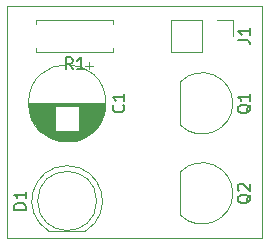
<source format=gbr>
G04 #@! TF.GenerationSoftware,KiCad,Pcbnew,(5.1.5)-3*
G04 #@! TF.CreationDate,2020-05-15T17:56:07+09:00*
G04 #@! TF.ProjectId,test2,74657374-322e-46b6-9963-61645f706362,rev?*
G04 #@! TF.SameCoordinates,Original*
G04 #@! TF.FileFunction,Legend,Top*
G04 #@! TF.FilePolarity,Positive*
%FSLAX46Y46*%
G04 Gerber Fmt 4.6, Leading zero omitted, Abs format (unit mm)*
G04 Created by KiCad (PCBNEW (5.1.5)-3) date 2020-05-15 17:56:07*
%MOMM*%
%LPD*%
G04 APERTURE LIST*
%ADD10C,0.120000*%
%ADD11C,0.150000*%
G04 APERTURE END LIST*
D10*
X140970000Y-52070000D02*
X140970000Y-32385000D01*
X141605000Y-52070000D02*
X140970000Y-52070000D01*
X162560000Y-52070000D02*
X141605000Y-52070000D01*
X162560000Y-32385000D02*
X162560000Y-52070000D01*
X140970000Y-32385000D02*
X162560000Y-32385000D01*
X149320000Y-40620000D02*
G75*
G03X149320000Y-40620000I-3270000J0D01*
G01*
X149280000Y-40620000D02*
X142820000Y-40620000D01*
X149280000Y-40660000D02*
X142820000Y-40660000D01*
X149280000Y-40700000D02*
X142820000Y-40700000D01*
X149278000Y-40740000D02*
X142822000Y-40740000D01*
X149277000Y-40780000D02*
X142823000Y-40780000D01*
X149274000Y-40820000D02*
X142826000Y-40820000D01*
X149272000Y-40860000D02*
X147090000Y-40860000D01*
X145010000Y-40860000D02*
X142828000Y-40860000D01*
X149268000Y-40900000D02*
X147090000Y-40900000D01*
X145010000Y-40900000D02*
X142832000Y-40900000D01*
X149265000Y-40940000D02*
X147090000Y-40940000D01*
X145010000Y-40940000D02*
X142835000Y-40940000D01*
X149261000Y-40980000D02*
X147090000Y-40980000D01*
X145010000Y-40980000D02*
X142839000Y-40980000D01*
X149256000Y-41020000D02*
X147090000Y-41020000D01*
X145010000Y-41020000D02*
X142844000Y-41020000D01*
X149251000Y-41060000D02*
X147090000Y-41060000D01*
X145010000Y-41060000D02*
X142849000Y-41060000D01*
X149245000Y-41100000D02*
X147090000Y-41100000D01*
X145010000Y-41100000D02*
X142855000Y-41100000D01*
X149239000Y-41140000D02*
X147090000Y-41140000D01*
X145010000Y-41140000D02*
X142861000Y-41140000D01*
X149232000Y-41180000D02*
X147090000Y-41180000D01*
X145010000Y-41180000D02*
X142868000Y-41180000D01*
X149225000Y-41220000D02*
X147090000Y-41220000D01*
X145010000Y-41220000D02*
X142875000Y-41220000D01*
X149217000Y-41260000D02*
X147090000Y-41260000D01*
X145010000Y-41260000D02*
X142883000Y-41260000D01*
X149209000Y-41300000D02*
X147090000Y-41300000D01*
X145010000Y-41300000D02*
X142891000Y-41300000D01*
X149200000Y-41341000D02*
X147090000Y-41341000D01*
X145010000Y-41341000D02*
X142900000Y-41341000D01*
X149191000Y-41381000D02*
X147090000Y-41381000D01*
X145010000Y-41381000D02*
X142909000Y-41381000D01*
X149181000Y-41421000D02*
X147090000Y-41421000D01*
X145010000Y-41421000D02*
X142919000Y-41421000D01*
X149171000Y-41461000D02*
X147090000Y-41461000D01*
X145010000Y-41461000D02*
X142929000Y-41461000D01*
X149160000Y-41501000D02*
X147090000Y-41501000D01*
X145010000Y-41501000D02*
X142940000Y-41501000D01*
X149148000Y-41541000D02*
X147090000Y-41541000D01*
X145010000Y-41541000D02*
X142952000Y-41541000D01*
X149136000Y-41581000D02*
X147090000Y-41581000D01*
X145010000Y-41581000D02*
X142964000Y-41581000D01*
X149124000Y-41621000D02*
X147090000Y-41621000D01*
X145010000Y-41621000D02*
X142976000Y-41621000D01*
X149111000Y-41661000D02*
X147090000Y-41661000D01*
X145010000Y-41661000D02*
X142989000Y-41661000D01*
X149097000Y-41701000D02*
X147090000Y-41701000D01*
X145010000Y-41701000D02*
X143003000Y-41701000D01*
X149083000Y-41741000D02*
X147090000Y-41741000D01*
X145010000Y-41741000D02*
X143017000Y-41741000D01*
X149068000Y-41781000D02*
X147090000Y-41781000D01*
X145010000Y-41781000D02*
X143032000Y-41781000D01*
X149052000Y-41821000D02*
X147090000Y-41821000D01*
X145010000Y-41821000D02*
X143048000Y-41821000D01*
X149036000Y-41861000D02*
X147090000Y-41861000D01*
X145010000Y-41861000D02*
X143064000Y-41861000D01*
X149020000Y-41901000D02*
X147090000Y-41901000D01*
X145010000Y-41901000D02*
X143080000Y-41901000D01*
X149002000Y-41941000D02*
X147090000Y-41941000D01*
X145010000Y-41941000D02*
X143098000Y-41941000D01*
X148984000Y-41981000D02*
X147090000Y-41981000D01*
X145010000Y-41981000D02*
X143116000Y-41981000D01*
X148966000Y-42021000D02*
X147090000Y-42021000D01*
X145010000Y-42021000D02*
X143134000Y-42021000D01*
X148946000Y-42061000D02*
X147090000Y-42061000D01*
X145010000Y-42061000D02*
X143154000Y-42061000D01*
X148926000Y-42101000D02*
X147090000Y-42101000D01*
X145010000Y-42101000D02*
X143174000Y-42101000D01*
X148906000Y-42141000D02*
X147090000Y-42141000D01*
X145010000Y-42141000D02*
X143194000Y-42141000D01*
X148884000Y-42181000D02*
X147090000Y-42181000D01*
X145010000Y-42181000D02*
X143216000Y-42181000D01*
X148862000Y-42221000D02*
X147090000Y-42221000D01*
X145010000Y-42221000D02*
X143238000Y-42221000D01*
X148840000Y-42261000D02*
X147090000Y-42261000D01*
X145010000Y-42261000D02*
X143260000Y-42261000D01*
X148816000Y-42301000D02*
X147090000Y-42301000D01*
X145010000Y-42301000D02*
X143284000Y-42301000D01*
X148792000Y-42341000D02*
X147090000Y-42341000D01*
X145010000Y-42341000D02*
X143308000Y-42341000D01*
X148766000Y-42381000D02*
X147090000Y-42381000D01*
X145010000Y-42381000D02*
X143334000Y-42381000D01*
X148740000Y-42421000D02*
X147090000Y-42421000D01*
X145010000Y-42421000D02*
X143360000Y-42421000D01*
X148714000Y-42461000D02*
X147090000Y-42461000D01*
X145010000Y-42461000D02*
X143386000Y-42461000D01*
X148686000Y-42501000D02*
X147090000Y-42501000D01*
X145010000Y-42501000D02*
X143414000Y-42501000D01*
X148657000Y-42541000D02*
X147090000Y-42541000D01*
X145010000Y-42541000D02*
X143443000Y-42541000D01*
X148628000Y-42581000D02*
X147090000Y-42581000D01*
X145010000Y-42581000D02*
X143472000Y-42581000D01*
X148598000Y-42621000D02*
X147090000Y-42621000D01*
X145010000Y-42621000D02*
X143502000Y-42621000D01*
X148566000Y-42661000D02*
X147090000Y-42661000D01*
X145010000Y-42661000D02*
X143534000Y-42661000D01*
X148534000Y-42701000D02*
X147090000Y-42701000D01*
X145010000Y-42701000D02*
X143566000Y-42701000D01*
X148500000Y-42741000D02*
X147090000Y-42741000D01*
X145010000Y-42741000D02*
X143600000Y-42741000D01*
X148466000Y-42781000D02*
X147090000Y-42781000D01*
X145010000Y-42781000D02*
X143634000Y-42781000D01*
X148430000Y-42821000D02*
X147090000Y-42821000D01*
X145010000Y-42821000D02*
X143670000Y-42821000D01*
X148393000Y-42861000D02*
X147090000Y-42861000D01*
X145010000Y-42861000D02*
X143707000Y-42861000D01*
X148355000Y-42901000D02*
X147090000Y-42901000D01*
X145010000Y-42901000D02*
X143745000Y-42901000D01*
X148315000Y-42941000D02*
X143785000Y-42941000D01*
X148274000Y-42981000D02*
X143826000Y-42981000D01*
X148232000Y-43021000D02*
X143868000Y-43021000D01*
X148187000Y-43061000D02*
X143913000Y-43061000D01*
X148142000Y-43101000D02*
X143958000Y-43101000D01*
X148094000Y-43141000D02*
X144006000Y-43141000D01*
X148045000Y-43181000D02*
X144055000Y-43181000D01*
X147994000Y-43221000D02*
X144106000Y-43221000D01*
X147940000Y-43261000D02*
X144160000Y-43261000D01*
X147884000Y-43301000D02*
X144216000Y-43301000D01*
X147826000Y-43341000D02*
X144274000Y-43341000D01*
X147764000Y-43381000D02*
X144336000Y-43381000D01*
X147700000Y-43421000D02*
X144400000Y-43421000D01*
X147631000Y-43461000D02*
X144469000Y-43461000D01*
X147559000Y-43501000D02*
X144541000Y-43501000D01*
X147482000Y-43541000D02*
X144618000Y-43541000D01*
X147400000Y-43581000D02*
X144700000Y-43581000D01*
X147312000Y-43621000D02*
X144788000Y-43621000D01*
X147215000Y-43661000D02*
X144885000Y-43661000D01*
X147109000Y-43701000D02*
X144991000Y-43701000D01*
X146990000Y-43741000D02*
X145110000Y-43741000D01*
X146852000Y-43781000D02*
X145248000Y-43781000D01*
X146683000Y-43821000D02*
X145417000Y-43821000D01*
X146452000Y-43861000D02*
X145648000Y-43861000D01*
X147889000Y-37119759D02*
X147889000Y-37749759D01*
X148204000Y-37434759D02*
X147574000Y-37434759D01*
X146050462Y-45905000D02*
G75*
G03X144505170Y-51455000I-462J-2990000D01*
G01*
X146049538Y-45905000D02*
G75*
G02X147594830Y-51455000I462J-2990000D01*
G01*
X148550000Y-48895000D02*
G75*
G03X148550000Y-48895000I-2500000J0D01*
G01*
X144505000Y-51455000D02*
X147595000Y-51455000D01*
X154880000Y-33595000D02*
X154880000Y-36255000D01*
X157480000Y-33595000D02*
X154880000Y-33595000D01*
X157480000Y-36255000D02*
X154880000Y-36255000D01*
X157480000Y-33595000D02*
X157480000Y-36255000D01*
X158750000Y-33595000D02*
X160080000Y-33595000D01*
X160080000Y-33595000D02*
X160080000Y-34925000D01*
X155641522Y-42478478D02*
G75*
G03X160080000Y-40640000I1838478J1838478D01*
G01*
X155641522Y-38801522D02*
G75*
G02X160080000Y-40640000I1838478J-1838478D01*
G01*
X155630000Y-38840000D02*
X155630000Y-42440000D01*
X155630000Y-46460000D02*
X155630000Y-50060000D01*
X155641522Y-46421522D02*
G75*
G02X160080000Y-48260000I1838478J-1838478D01*
G01*
X155641522Y-50098478D02*
G75*
G03X160080000Y-48260000I1838478J1838478D01*
G01*
X149955000Y-35965000D02*
X149955000Y-36295000D01*
X149955000Y-36295000D02*
X143415000Y-36295000D01*
X143415000Y-36295000D02*
X143415000Y-35965000D01*
X149955000Y-33885000D02*
X149955000Y-33555000D01*
X149955000Y-33555000D02*
X143415000Y-33555000D01*
X143415000Y-33555000D02*
X143415000Y-33885000D01*
D11*
X150807142Y-40786666D02*
X150854761Y-40834285D01*
X150902380Y-40977142D01*
X150902380Y-41072380D01*
X150854761Y-41215238D01*
X150759523Y-41310476D01*
X150664285Y-41358095D01*
X150473809Y-41405714D01*
X150330952Y-41405714D01*
X150140476Y-41358095D01*
X150045238Y-41310476D01*
X149950000Y-41215238D01*
X149902380Y-41072380D01*
X149902380Y-40977142D01*
X149950000Y-40834285D01*
X149997619Y-40786666D01*
X150902380Y-39834285D02*
X150902380Y-40405714D01*
X150902380Y-40120000D02*
X149902380Y-40120000D01*
X150045238Y-40215238D01*
X150140476Y-40310476D01*
X150188095Y-40405714D01*
X142542380Y-49633095D02*
X141542380Y-49633095D01*
X141542380Y-49395000D01*
X141590000Y-49252142D01*
X141685238Y-49156904D01*
X141780476Y-49109285D01*
X141970952Y-49061666D01*
X142113809Y-49061666D01*
X142304285Y-49109285D01*
X142399523Y-49156904D01*
X142494761Y-49252142D01*
X142542380Y-49395000D01*
X142542380Y-49633095D01*
X142542380Y-48109285D02*
X142542380Y-48680714D01*
X142542380Y-48395000D02*
X141542380Y-48395000D01*
X141685238Y-48490238D01*
X141780476Y-48585476D01*
X141828095Y-48680714D01*
X160532380Y-35258333D02*
X161246666Y-35258333D01*
X161389523Y-35305952D01*
X161484761Y-35401190D01*
X161532380Y-35544047D01*
X161532380Y-35639285D01*
X161532380Y-34258333D02*
X161532380Y-34829761D01*
X161532380Y-34544047D02*
X160532380Y-34544047D01*
X160675238Y-34639285D01*
X160770476Y-34734523D01*
X160818095Y-34829761D01*
X161587619Y-40735238D02*
X161540000Y-40830476D01*
X161444761Y-40925714D01*
X161301904Y-41068571D01*
X161254285Y-41163809D01*
X161254285Y-41259047D01*
X161492380Y-41211428D02*
X161444761Y-41306666D01*
X161349523Y-41401904D01*
X161159047Y-41449523D01*
X160825714Y-41449523D01*
X160635238Y-41401904D01*
X160540000Y-41306666D01*
X160492380Y-41211428D01*
X160492380Y-41020952D01*
X160540000Y-40925714D01*
X160635238Y-40830476D01*
X160825714Y-40782857D01*
X161159047Y-40782857D01*
X161349523Y-40830476D01*
X161444761Y-40925714D01*
X161492380Y-41020952D01*
X161492380Y-41211428D01*
X161492380Y-39830476D02*
X161492380Y-40401904D01*
X161492380Y-40116190D02*
X160492380Y-40116190D01*
X160635238Y-40211428D01*
X160730476Y-40306666D01*
X160778095Y-40401904D01*
X161587619Y-48355238D02*
X161540000Y-48450476D01*
X161444761Y-48545714D01*
X161301904Y-48688571D01*
X161254285Y-48783809D01*
X161254285Y-48879047D01*
X161492380Y-48831428D02*
X161444761Y-48926666D01*
X161349523Y-49021904D01*
X161159047Y-49069523D01*
X160825714Y-49069523D01*
X160635238Y-49021904D01*
X160540000Y-48926666D01*
X160492380Y-48831428D01*
X160492380Y-48640952D01*
X160540000Y-48545714D01*
X160635238Y-48450476D01*
X160825714Y-48402857D01*
X161159047Y-48402857D01*
X161349523Y-48450476D01*
X161444761Y-48545714D01*
X161492380Y-48640952D01*
X161492380Y-48831428D01*
X160587619Y-48021904D02*
X160540000Y-47974285D01*
X160492380Y-47879047D01*
X160492380Y-47640952D01*
X160540000Y-47545714D01*
X160587619Y-47498095D01*
X160682857Y-47450476D01*
X160778095Y-47450476D01*
X160920952Y-47498095D01*
X161492380Y-48069523D01*
X161492380Y-47450476D01*
X146518333Y-37747380D02*
X146185000Y-37271190D01*
X145946904Y-37747380D02*
X145946904Y-36747380D01*
X146327857Y-36747380D01*
X146423095Y-36795000D01*
X146470714Y-36842619D01*
X146518333Y-36937857D01*
X146518333Y-37080714D01*
X146470714Y-37175952D01*
X146423095Y-37223571D01*
X146327857Y-37271190D01*
X145946904Y-37271190D01*
X147470714Y-37747380D02*
X146899285Y-37747380D01*
X147185000Y-37747380D02*
X147185000Y-36747380D01*
X147089761Y-36890238D01*
X146994523Y-36985476D01*
X146899285Y-37033095D01*
M02*

</source>
